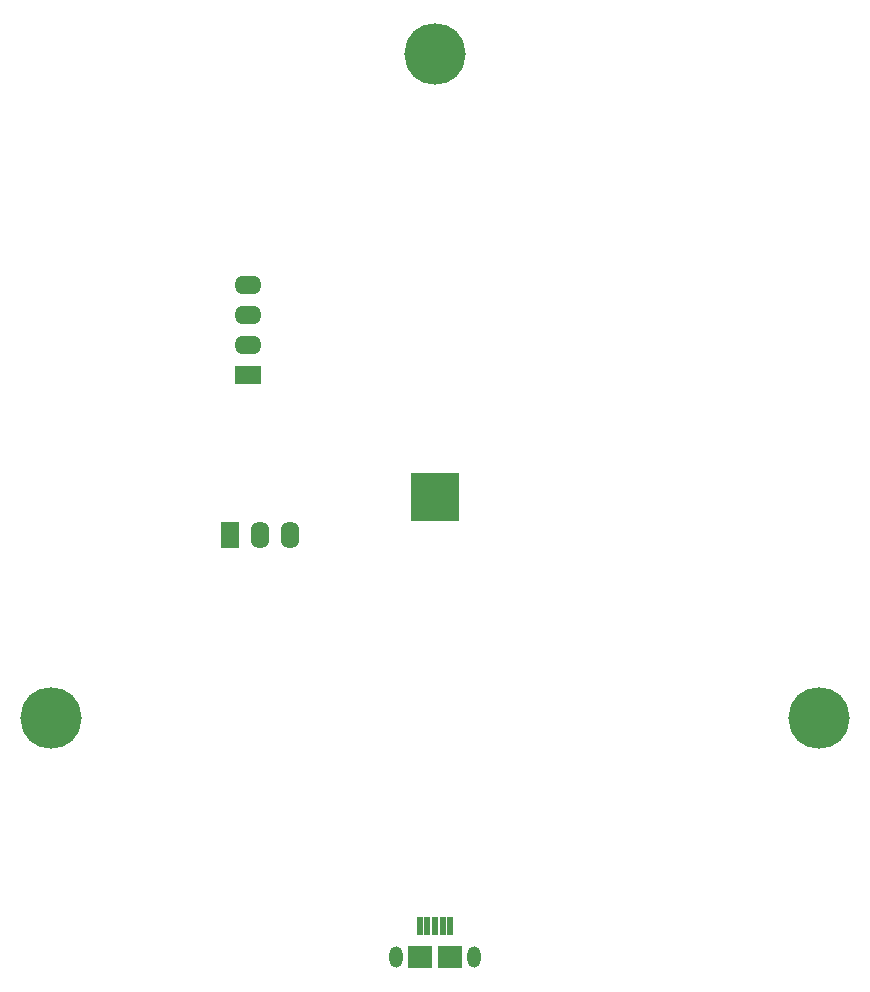
<source format=gbr>
%TF.GenerationSoftware,Altium Limited,Altium Designer,21.6.4 (81)*%
G04 Layer_Color=16711935*
%FSLAX45Y45*%
%MOMM*%
%TF.SameCoordinates,213DF370-AA75-4346-93E6-04E6A5F56B15*%
%TF.FilePolarity,Negative*%
%TF.FileFunction,Soldermask,Bot*%
%TF.Part,Single*%
G01*
G75*
%TA.AperFunction,ConnectorPad*%
%ADD58R,2.10320X1.85420*%
%ADD59R,0.60320X1.55320*%
%TA.AperFunction,ComponentPad*%
G04:AMPARAMS|DCode=60|XSize=1.1032mm|YSize=1.8032mm|CornerRadius=0.5516mm|HoleSize=0mm|Usage=FLASHONLY|Rotation=180.000|XOffset=0mm|YOffset=0mm|HoleType=Round|Shape=RoundedRectangle|*
%AMROUNDEDRECTD60*
21,1,1.10320,0.70000,0,0,180.0*
21,1,0.00000,1.80320,0,0,180.0*
1,1,1.10320,0.00000,0.35000*
1,1,1.10320,0.00000,0.35000*
1,1,1.10320,0.00000,-0.35000*
1,1,1.10320,0.00000,-0.35000*
%
%ADD60ROUNDEDRECTD60*%
%ADD61R,1.60000X2.30000*%
%ADD62O,1.60000X2.30000*%
%ADD63R,4.10000X4.10000*%
%ADD64O,2.30000X1.60000*%
%ADD65R,2.30000X1.60000*%
%ADD66C,5.20320*%
D58*
X127000Y-3900000D02*
D03*
X-130000Y-3900000D02*
D03*
D59*
X130000Y-3632500D02*
D03*
X65000Y-3632500D02*
D03*
X0D02*
D03*
X-65000D02*
D03*
X-130000D02*
D03*
D60*
X330000Y-3900000D02*
D03*
X-330000D02*
D03*
D61*
X-1739902Y-325122D02*
D03*
D62*
X-1485901Y-325121D02*
D03*
X-1231900Y-325120D02*
D03*
D63*
X0Y0D02*
D03*
D64*
X-1587499Y1793240D02*
D03*
X-1587500Y1285240D02*
D03*
Y1539241D02*
D03*
D65*
X-1587500Y1031240D02*
D03*
D66*
X3247592Y-1874998D02*
D03*
X0Y3749997D02*
D03*
X-3247592Y-1874998D02*
D03*
%TF.MD5,bd61d9efb5e52473577877b57d39107b*%
M02*

</source>
